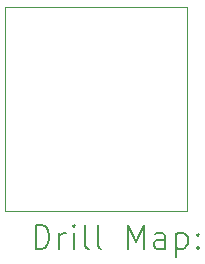
<source format=gbr>
%TF.GenerationSoftware,KiCad,Pcbnew,7.0.5-0*%
%TF.CreationDate,2023-12-12T07:42:35-05:00*%
%TF.ProjectId,12v5VBuck,31327635-5642-4756-936b-2e6b69636164,rev?*%
%TF.SameCoordinates,Original*%
%TF.FileFunction,Drillmap*%
%TF.FilePolarity,Positive*%
%FSLAX45Y45*%
G04 Gerber Fmt 4.5, Leading zero omitted, Abs format (unit mm)*
G04 Created by KiCad (PCBNEW 7.0.5-0) date 2023-12-12 07:42:35*
%MOMM*%
%LPD*%
G01*
G04 APERTURE LIST*
%ADD10C,0.100000*%
%ADD11C,0.200000*%
G04 APERTURE END LIST*
D10*
X5500000Y-1700000D02*
X7040000Y-1700000D01*
X7040000Y-3430000D01*
X5500000Y-3430000D01*
X5500000Y-1700000D01*
D11*
X5755777Y-3746484D02*
X5755777Y-3546484D01*
X5755777Y-3546484D02*
X5803396Y-3546484D01*
X5803396Y-3546484D02*
X5831967Y-3556008D01*
X5831967Y-3556008D02*
X5851015Y-3575055D01*
X5851015Y-3575055D02*
X5860539Y-3594103D01*
X5860539Y-3594103D02*
X5870062Y-3632198D01*
X5870062Y-3632198D02*
X5870062Y-3660769D01*
X5870062Y-3660769D02*
X5860539Y-3698865D01*
X5860539Y-3698865D02*
X5851015Y-3717912D01*
X5851015Y-3717912D02*
X5831967Y-3736960D01*
X5831967Y-3736960D02*
X5803396Y-3746484D01*
X5803396Y-3746484D02*
X5755777Y-3746484D01*
X5955777Y-3746484D02*
X5955777Y-3613150D01*
X5955777Y-3651246D02*
X5965301Y-3632198D01*
X5965301Y-3632198D02*
X5974824Y-3622674D01*
X5974824Y-3622674D02*
X5993872Y-3613150D01*
X5993872Y-3613150D02*
X6012920Y-3613150D01*
X6079586Y-3746484D02*
X6079586Y-3613150D01*
X6079586Y-3546484D02*
X6070062Y-3556008D01*
X6070062Y-3556008D02*
X6079586Y-3565531D01*
X6079586Y-3565531D02*
X6089110Y-3556008D01*
X6089110Y-3556008D02*
X6079586Y-3546484D01*
X6079586Y-3546484D02*
X6079586Y-3565531D01*
X6203396Y-3746484D02*
X6184348Y-3736960D01*
X6184348Y-3736960D02*
X6174824Y-3717912D01*
X6174824Y-3717912D02*
X6174824Y-3546484D01*
X6308158Y-3746484D02*
X6289110Y-3736960D01*
X6289110Y-3736960D02*
X6279586Y-3717912D01*
X6279586Y-3717912D02*
X6279586Y-3546484D01*
X6536729Y-3746484D02*
X6536729Y-3546484D01*
X6536729Y-3546484D02*
X6603396Y-3689341D01*
X6603396Y-3689341D02*
X6670062Y-3546484D01*
X6670062Y-3546484D02*
X6670062Y-3746484D01*
X6851015Y-3746484D02*
X6851015Y-3641722D01*
X6851015Y-3641722D02*
X6841491Y-3622674D01*
X6841491Y-3622674D02*
X6822443Y-3613150D01*
X6822443Y-3613150D02*
X6784348Y-3613150D01*
X6784348Y-3613150D02*
X6765301Y-3622674D01*
X6851015Y-3736960D02*
X6831967Y-3746484D01*
X6831967Y-3746484D02*
X6784348Y-3746484D01*
X6784348Y-3746484D02*
X6765301Y-3736960D01*
X6765301Y-3736960D02*
X6755777Y-3717912D01*
X6755777Y-3717912D02*
X6755777Y-3698865D01*
X6755777Y-3698865D02*
X6765301Y-3679817D01*
X6765301Y-3679817D02*
X6784348Y-3670293D01*
X6784348Y-3670293D02*
X6831967Y-3670293D01*
X6831967Y-3670293D02*
X6851015Y-3660769D01*
X6946253Y-3613150D02*
X6946253Y-3813150D01*
X6946253Y-3622674D02*
X6965301Y-3613150D01*
X6965301Y-3613150D02*
X7003396Y-3613150D01*
X7003396Y-3613150D02*
X7022443Y-3622674D01*
X7022443Y-3622674D02*
X7031967Y-3632198D01*
X7031967Y-3632198D02*
X7041491Y-3651246D01*
X7041491Y-3651246D02*
X7041491Y-3708388D01*
X7041491Y-3708388D02*
X7031967Y-3727436D01*
X7031967Y-3727436D02*
X7022443Y-3736960D01*
X7022443Y-3736960D02*
X7003396Y-3746484D01*
X7003396Y-3746484D02*
X6965301Y-3746484D01*
X6965301Y-3746484D02*
X6946253Y-3736960D01*
X7127205Y-3727436D02*
X7136729Y-3736960D01*
X7136729Y-3736960D02*
X7127205Y-3746484D01*
X7127205Y-3746484D02*
X7117682Y-3736960D01*
X7117682Y-3736960D02*
X7127205Y-3727436D01*
X7127205Y-3727436D02*
X7127205Y-3746484D01*
X7127205Y-3622674D02*
X7136729Y-3632198D01*
X7136729Y-3632198D02*
X7127205Y-3641722D01*
X7127205Y-3641722D02*
X7117682Y-3632198D01*
X7117682Y-3632198D02*
X7127205Y-3622674D01*
X7127205Y-3622674D02*
X7127205Y-3641722D01*
M02*

</source>
